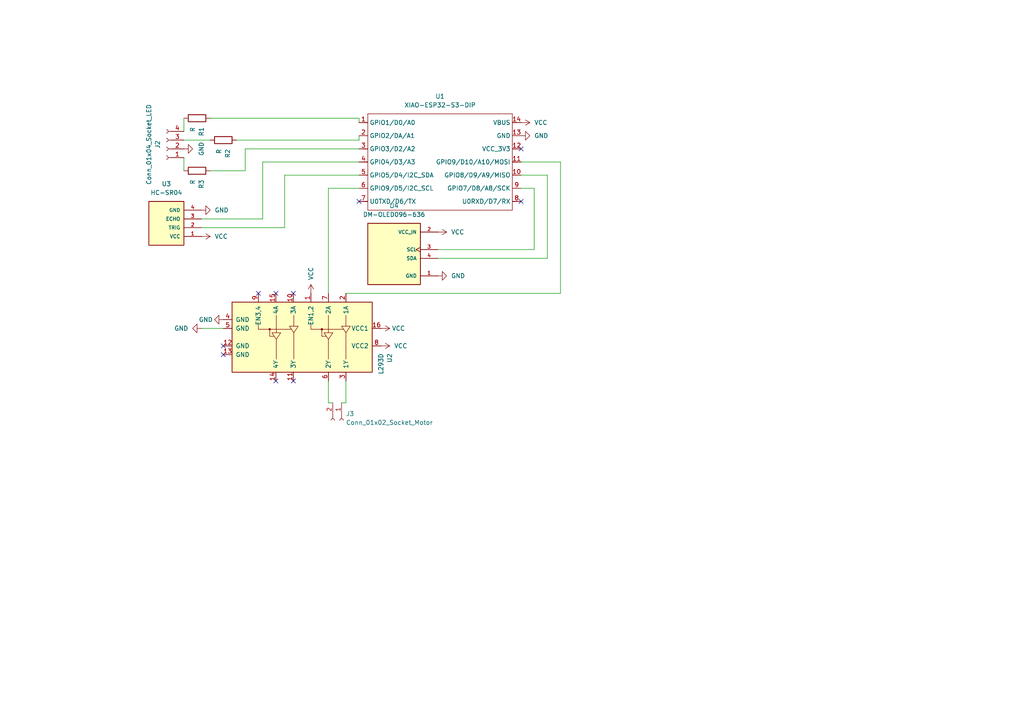
<source format=kicad_sch>
(kicad_sch (version 20250114) (generator "eeschema") (generator_version "9.0")
  (paper "A4")
  (lib_symbols
    (symbol "Connector:Conn_01x02_Socket" (pin_names (offset 1.016) (hide yes))
      (property "Reference" "J" (at 0 2.54 0))
      (property "Value" "Conn_01x02_Socket" (at 0 -5.08 0))
      (symbol "Conn_01x02_Socket_1_1"
        (polyline (pts (xy -1.27 0) (xy -0.508 0)) (stroke (width 0.1524)))
        (polyline (pts (xy -1.27 -2.54) (xy -0.508 -2.54)) (stroke (width 0.1524)))
        (arc (start 0 -0.508) (mid -0.5058 0) (end 0 0.508) (stroke (width 0.1524)))
        (arc (start 0 -3.048) (mid -0.5058 -2.54) (end 0 -2.032) (stroke (width 0.1524)))
        (pin passive line (at -5.08 0 0) (length 3.81) (name "Pin_1") (number "1"))
        (pin passive line (at -5.08 -2.54 0) (length 3.81) (name "Pin_2") (number "2"))
      )
    )
    (symbol "Connector:Conn_01x04_Socket" (pin_names (offset 1.016) (hide yes))
      (property "Reference" "J" (at 0 5.08 0))
      (property "Value" "Conn_01x04_Socket" (at 0 -7.62 0))
      (symbol "Conn_01x04_Socket_1_1"
        (polyline (pts (xy -1.27 2.54) (xy -0.508 2.54)) (stroke (width 0.1524)))
        (polyline (pts (xy -1.27 0) (xy -0.508 0)) (stroke (width 0.1524)))
        (polyline (pts (xy -1.27 -2.54) (xy -0.508 -2.54)) (stroke (width 0.1524)))
        (polyline (pts (xy -1.27 -5.08) (xy -0.508 -5.08)) (stroke (width 0.1524)))
        (arc (start 0 2.032) (mid -0.5058 2.54) (end 0 3.048) (stroke (width 0.1524)))
        (arc (start 0 -0.508) (mid -0.5058 0) (end 0 0.508) (stroke (width 0.1524)))
        (arc (start 0 -3.048) (mid -0.5058 -2.54) (end 0 -2.032) (stroke (width 0.1524)))
        (arc (start 0 -5.588) (mid -0.5058 -5.08) (end 0 -4.572) (stroke (width 0.1524)))
        (pin passive line (at -5.08 2.54 0) (length 3.81) (name "Pin_1") (number "1"))
        (pin passive line (at -5.08 0 0) (length 3.81) (name "Pin_2") (number "2"))
        (pin passive line (at -5.08 -2.54 0) (length 3.81) (name "Pin_3") (number "3"))
        (pin passive line (at -5.08 -5.08 0) (length 3.81) (name "Pin_4") (number "4"))
      )
    )
    (symbol "Device:R" (pin_numbers (hide yes)) (pin_names (offset 0))
      (property "Reference" "R" (at 2.032 0 90))
      (property "Value" "R" (at 0 0 90))
      (symbol "R_0_1"
        (rectangle (start -1.016 -2.54) (end 1.016 2.54) (stroke (width 0.254)))
      )
      (symbol "R_1_1"
        (pin passive line (at 0 3.81 270) (length 1.27) (name "~") (number "1"))
        (pin passive line (at 0 -3.81 90) (length 1.27) (name "~") (number "2"))
      )
    )
    (symbol "Driver_Motor:L293D" (pin_names (offset 1.016))
      (property "Reference" "U" (at -5.08 26.035 0))
      (property "Value" "L293D" (at -5.08 24.13 0))
      (symbol "L293D_0_1"
        (rectangle (start -10.16 22.86) (end 10.16 -17.78) (stroke (width 0.254)) (fill (type background)))
        (polyline (pts (xy -6.35 15.24) (xy -3.175 15.24)))
        (polyline (pts (xy -6.35 10.16) (xy -1.27 10.16)))
        (polyline (pts (xy -6.35 0.127) (xy -3.175 0.127)))
        (polyline (pts (xy -6.35 -4.953) (xy -1.27 -4.953)))
        (polyline (pts (xy -3.175 16.51) (xy -3.175 13.97) (xy -1.27 15.24) (xy -3.175 16.51)))
        (polyline (pts (xy -3.175 1.397) (xy -3.175 -1.143) (xy -1.27 0.127) (xy -3.175 1.397)))
        (polyline (pts (xy -2.286 14.478) (xy -2.286 5.08) (xy -3.556 5.08)))
        (circle (center -2.286 8.255) (radius 0.254) (fill (type outline)))
        (polyline (pts (xy -2.286 8.255) (xy -0.254 8.255) (xy -0.254 9.525)))
        (polyline (pts (xy -2.286 -0.635) (xy -2.286 -10.16) (xy -3.556 -10.16)))
        (circle (center -2.286 -6.858) (radius 0.254) (fill (type outline)))
        (polyline (pts (xy -2.286 -6.858) (xy -0.254 -6.858) (xy -0.254 -5.588)))
        (polyline (pts (xy -1.27 15.24) (xy 6.35 15.24)))
        (polyline (pts (xy -1.27 11.43) (xy -1.27 8.89) (xy 0.635 10.16) (xy -1.27 11.43)))
        (polyline (pts (xy -1.27 0.127) (xy 6.35 0.127)))
        (polyline (pts (xy -1.27 -3.683) (xy -1.27 -6.223) (xy 0.635 -4.953) (xy -1.27 -3.683)))
        (polyline (pts (xy 0.635 10.16) (xy 6.35 10.16)))
        (polyline (pts (xy 0.635 -4.953) (xy 6.35 -4.953)))
      )
      (symbol "L293D_1_1"
        (pin input line (at -12.7 15.24 0) (length 2.54) (name "1A") (number "2"))
        (pin input line (at -12.7 10.16 0) (length 2.54) (name "2A") (number "7"))
        (pin input line (at -12.7 5.08 0) (length 2.54) (name "EN1,2") (number "1"))
        (pin input line (at -12.7 0 0) (length 2.54) (name "3A") (number "10"))
        (pin input line (at -12.7 -5.08 0) (length 2.54) (name "4A") (number "15"))
        (pin input line (at -12.7 -10.16 0) (length 2.54) (name "EN3,4") (number "9"))
        (pin power_in line (at -5.08 -20.32 90) (length 2.54) (name "GND") (number "4"))
        (pin power_in line (at -2.54 25.4 270) (length 2.54) (name "VCC1") (number "16"))
        (pin power_in line (at -2.54 -20.32 90) (length 2.54) (name "GND") (number "5"))
        (pin power_in line (at 2.54 25.4 270) (length 2.54) (name "VCC2") (number "8"))
        (pin power_in line (at 2.54 -20.32 90) (length 2.54) (name "GND") (number "12"))
        (pin power_in line (at 5.08 -20.32 90) (length 2.54) (name "GND") (number "13"))
        (pin output line (at 12.7 15.24 180) (length 2.54) (name "1Y") (number "3"))
        (pin output line (at 12.7 10.16 180) (length 2.54) (name "2Y") (number "6"))
        (pin output line (at 12.7 0 180) (length 2.54) (name "3Y") (number "11"))
        (pin output line (at 12.7 -5.08 180) (length 2.54) (name "4Y") (number "14"))
      )
    )
    (symbol "Screen SD 1306:DM-OLED096-636" (pin_names (offset 1.016))
      (property "Reference" "U" (at -7.62 10.922 0))
      (property "Value" "DM-OLED096-636" (at -7.62 -10.16 0))
      (symbol "DM-OLED096-636_0_0"
        (rectangle (start -7.62 -7.62) (end 7.62 10.16) (stroke (width 0.254)) (fill (type background)))
        (pin power_in line (at 12.7 7.62 180) (length 5.08) (name "VCC_IN") (number "2"))
        (pin input clock (at 12.7 2.54 180) (length 5.08) (name "SCL") (number "3"))
        (pin bidirectional line (at 12.7 0 180) (length 5.08) (name "SDA") (number "4"))
        (pin power_in line (at 12.7 -5.08 180) (length 5.08) (name "GND") (number "1"))
      )
    )
    (symbol "UltraSon:HC-SR04" (pin_names (offset 1.016))
      (property "Reference" "U" (at 0 5.0813 0))
      (property "Value" "HC-SR04" (at 0 -10.163 0))
      (symbol "HC-SR04_0_0"
        (rectangle (start 0 -7.62) (end 10.16 5.08) (stroke (width 0.254)) (fill (type background)))
        (pin power_in line (at -5.08 2.54 0) (length 5.08) (name "VCC") (number "1"))
        (pin bidirectional line (at -5.08 0 0) (length 5.08) (name "TRIG") (number "2"))
        (pin bidirectional line (at -5.08 -2.54 0) (length 5.08) (name "ECHO") (number "3"))
        (pin power_in line (at -5.08 -5.08 0) (length 5.08) (name "GND") (number "4"))
      )
    )
    (symbol "power:GND" (power) (pin_numbers (hide yes)) (pin_names (offset 0) (hide yes))
      (property "Value" "GND" (at 0 -3.81 0))
      (symbol "GND_0_1"
        (polyline (pts (xy 0 0) (xy 0 -1.27) (xy 1.27 -1.27) (xy 0 -2.54) (xy -1.27 -1.27) (xy 0 -1.27)))
      )
      (symbol "GND_1_1"
        (pin power_in line (at 0 0 270) (length 0) (name "~") (number "1"))
      )
    )
    (symbol "power:VCC" (power) (pin_numbers (hide yes)) (pin_names (offset 0) (hide yes))
      (property "Value" "VCC" (at 0 3.556 0))
      (symbol "VCC_0_1"
        (polyline (pts (xy -0.762 1.27) (xy 0 2.54)))
        (polyline (pts (xy 0 2.54) (xy 0.762 1.27)))
        (polyline (pts (xy 0 0) (xy 0 2.54)))
      )
      (symbol "VCC_1_1"
        (pin power_in line (at 0 0 90) (length 0) (name "~") (number "1"))
      )
    )
    (symbol "xiao:XIAO-ESP32-S3-DIP"
      (property "Reference" "U1" (at 20.955 2.54 0))
      (property "Value" "XIAO-ESP32-S3-DIP" (at 20.955 0 0))
      (symbol "XIAO-ESP32-S3-DIP_1_0"
        (polyline (pts (xy 0 -2.54) (xy 41.91 -2.54)) (stroke (width 0.1524)))
        (polyline (pts (xy 0 -5.08) (xy -1.27 -5.08)) (stroke (width 0.1524)))
        (polyline (pts (xy 0 -5.08) (xy 0 -2.54)) (stroke (width 0.1524)))
        (polyline (pts (xy 0 -8.89) (xy -1.27 -8.89)) (stroke (width 0.1524)))
        (polyline (pts (xy 0 -8.89) (xy 0 -5.08)) (stroke (width 0.1524)))
        (polyline (pts (xy 0 -12.7) (xy -1.27 -12.7)) (stroke (width 0.1524)))
        (polyline (pts (xy 0 -12.7) (xy 0 -8.89)) (stroke (width 0.1524)))
        (polyline (pts (xy 0 -16.51) (xy -1.27 -16.51)) (stroke (width 0.1524)))
        (polyline (pts (xy 0 -16.51) (xy 0 -12.7)) (stroke (width 0.1524)))
        (polyline (pts (xy 0 -20.32) (xy -1.27 -20.32)) (stroke (width 0.1524)))
        (polyline (pts (xy 0 -24.13) (xy -1.27 -24.13)) (stroke (width 0.1524)))
        (polyline (pts (xy 0 -27.94) (xy -1.27 -27.94)) (stroke (width 0.1524)))
        (polyline (pts (xy 0 -30.48) (xy 0 -16.51)) (stroke (width 0.1524)))
        (polyline (pts (xy 41.91 -2.54) (xy 41.91 -5.08)) (stroke (width 0.1524)))
        (polyline (pts (xy 41.91 -5.08) (xy 41.91 -8.89)) (stroke (width 0.1524)))
        (polyline (pts (xy 41.91 -8.89) (xy 41.91 -12.7)) (stroke (width 0.1524)))
        (polyline (pts (xy 41.91 -12.7) (xy 41.91 -30.48)) (stroke (width 0.1524)))
        (polyline (pts (xy 41.91 -30.48) (xy 0 -30.48)) (stroke (width 0.1524)))
        (polyline (pts (xy 43.18 -5.08) (xy 41.91 -5.08)) (stroke (width 0.1524)))
        (polyline (pts (xy 43.18 -8.89) (xy 41.91 -8.89)) (stroke (width 0.1524)))
        (polyline (pts (xy 43.18 -12.7) (xy 41.91 -12.7)) (stroke (width 0.1524)))
        (polyline (pts (xy 43.18 -16.51) (xy 41.91 -16.51)) (stroke (width 0.1524)))
        (polyline (pts (xy 43.18 -20.32) (xy 41.91 -20.32)) (stroke (width 0.1524)))
        (polyline (pts (xy 43.18 -24.13) (xy 41.91 -24.13)) (stroke (width 0.1524)))
        (polyline (pts (xy 43.18 -27.94) (xy 41.91 -27.94)) (stroke (width 0.1524)))
        (pin passive line (at -2.54 -5.08 0) (length 2.54) (name "GPIO1/D0/A0") (number "1"))
        (pin passive line (at -2.54 -8.89 0) (length 2.54) (name "GPIO2/DA/A1") (number "2"))
        (pin passive line (at -2.54 -12.7 0) (length 2.54) (name "GPIO3/D2/A2") (number "3"))
        (pin passive line (at -2.54 -16.51 0) (length 2.54) (name "GPIO4/D3/A3") (number "4"))
        (pin passive line (at -2.54 -20.32 0) (length 2.54) (name "GPIO5/D4/I2C_SDA") (number "5"))
        (pin passive line (at -2.54 -24.13 0) (length 2.54) (name "GPIO9/D5/I2C_SCL") (number "6"))
        (pin passive line (at -2.54 -27.94 0) (length 2.54) (name "U0TXD/D6/TX") (number "7"))
        (pin power_out line (at 44.45 -5.08 180) (length 2.54) (name "VBUS") (number "14"))
        (pin power_out line (at 44.45 -8.89 180) (length 2.54) (name "GND") (number "13"))
        (pin passive line (at 44.45 -12.7 180) (length 2.54) (name "VCC_3V3") (number "12"))
        (pin passive line (at 44.45 -16.51 180) (length 2.54) (name "GPIO9/D10/A10/MOSI") (number "11"))
        (pin passive line (at 44.45 -20.32 180) (length 2.54) (name "GPIO8/D9/A9/MISO") (number "10"))
        (pin passive line (at 44.45 -24.13 180) (length 2.54) (name "GPIO7/D8/A8/SCK") (number "9"))
        (pin passive line (at 44.45 -27.94 180) (length 2.54) (name "U0RXD/D7/RX") (number "8"))
      )
    )
  )
  (no_connect (at 85.09 85.09))
  (no_connect (at 104.14 58.42))
  (no_connect (at 64.77 100.33))
  (no_connect (at 85.09 110.49))
  (no_connect (at 80.01 85.09))
  (no_connect (at 151.13 58.42))
  (no_connect (at 74.93 85.09))
  (no_connect (at 64.77 102.87))
  (no_connect (at 151.13 43.18))
  (no_connect (at 80.01 110.49))
  (wire (pts (xy 100.33 110.49) (xy 100.33 116.84)))
  (wire (pts (xy 60.96 49.53) (xy 71.12 49.53)))
  (wire (pts (xy 95.25 110.49) (xy 95.25 116.84)))
  (wire (pts (xy 82.55 50.8) (xy 104.14 50.8)))
  (wire (pts (xy 60.96 34.29) (xy 104.14 34.29)))
  (wire (pts (xy 104.14 40.64) (xy 104.14 39.37)))
  (wire (pts (xy 95.25 54.61) (xy 95.25 85.09)))
  (wire (pts (xy 95.25 116.84) (xy 96.52 116.84)))
  (wire (pts (xy 68.58 40.64) (xy 104.14 40.64)))
  (wire (pts (xy 151.13 46.99) (xy 162.56 46.99)))
  (wire (pts (xy 71.12 49.53) (xy 71.12 43.18)))
  (wire (pts (xy 100.33 116.84) (xy 99.06 116.84)))
  (wire (pts (xy 127 74.93) (xy 158.75 74.93)))
  (wire (pts (xy 154.94 72.39) (xy 154.94 54.61)))
  (wire (pts (xy 162.56 46.99) (xy 162.56 85.09)))
  (wire (pts (xy 104.14 34.29) (xy 104.14 35.56)))
  (wire (pts (xy 53.34 49.53) (xy 53.34 45.72)))
  (wire (pts (xy 60.96 40.64) (xy 53.34 40.64)))
  (wire (pts (xy 76.2 46.99) (xy 76.2 63.5)))
  (wire (pts (xy 158.75 74.93) (xy 158.75 50.8)))
  (wire (pts (xy 158.75 50.8) (xy 151.13 50.8)))
  (wire (pts (xy 58.42 95.25) (xy 64.77 95.25)))
  (wire (pts (xy 104.14 54.61) (xy 95.25 54.61)))
  (wire (pts (xy 58.42 66.04) (xy 82.55 66.04)))
  (wire (pts (xy 76.2 63.5) (xy 58.42 63.5)))
  (wire (pts (xy 104.14 46.99) (xy 76.2 46.99)))
  (wire (pts (xy 71.12 43.18) (xy 104.14 43.18)))
  (wire (pts (xy 154.94 54.61) (xy 151.13 54.61)))
  (wire (pts (xy 162.56 85.09) (xy 100.33 85.09)))
  (wire (pts (xy 82.55 66.04) (xy 82.55 50.8)))
  (wire (pts (xy 53.34 34.29) (xy 53.34 38.1)))
  (wire (pts (xy 127 72.39) (xy 154.94 72.39)))
  (symbol (lib_id "power:GND") (at 127 80.01 90) (unit 1)
    (property "Reference" "#PWR012" (effects (hide yes)))
    (property "Value" "GND" (at 130.81 80.0099 90) (effects (justify right)))
    (property "Description" "Power symbol creates a global label with name \"GND\" , ground" (effects (hide yes)))
  )
  (symbol (lib_id "power:VCC") (at 127 67.31 270) (unit 1)
    (property "Reference" "#PWR011" (effects (hide yes)))
    (property "Value" "VCC" (at 130.81 67.3099 90) (effects (justify left)))
    (property "Description" "Power symbol creates a global label with name \"VCC\"" (effects (hide yes)))
  )
  (symbol (lib_id "Connector:Conn_01x02_Socket") (at 99.06 121.92 270) (unit 1)
    (property "Reference" "J3" (at 100.33 120.0149 90) (effects (justify left)))
    (property "Value" "Conn_01x02_Socket_Motor" (at 100.33 122.5549 90) (effects (justify left)))
    (property "Footprint" "Connector_JST:JST_XA_B02B-XASK-1_1x02_P2.50mm_Vertical" (effects (hide yes)))
    (property "Description" "Generic connector, single row, 01x02, script generated" (effects (hide yes)))
  )
  (symbol (lib_id "power:VCC") (at 58.42 68.58 270) (unit 1)
    (property "Reference" "#PWR03" (effects (hide yes)))
    (property "Value" "VCC" (at 62.23 68.5801 90) (effects (justify left)))
    (property "Description" "Power symbol creates a global label with name \"VCC\"" (effects (hide yes)))
  )
  (symbol (lib_id "power:VCC") (at 151.13 35.56 270) (unit 1)
    (property "Reference" "#PWR06" (effects (hide yes)))
    (property "Value" "VCC" (at 154.94 35.5599 90) (effects (justify left)))
    (property "Description" "Power symbol creates a global label with name \"VCC\"" (effects (hide yes)))
  )
  (symbol (lib_id "power:VCC") (at 110.49 95.25 270) (unit 1)
    (property "Reference" "#PWR07" (effects (hide yes)))
    (property "Value" "VCC" (at 115.57 95.25 90))
    (property "Description" "Power symbol creates a global label with name \"VCC\"" (effects (hide yes)))
  )
  (symbol (lib_id "Device:R") (at 57.15 34.29 270) (unit 1)
    (property "Reference" "R1" (at 58.4201 36.83 0) (effects (justify left)))
    (property "Value" "R" (at 55.8801 36.83 0) (effects (justify left)))
    (property "Footprint" "Resistor_SMD:R_0805_2012Metric_Pad1.20x1.40mm_HandSolder" (effects (hide yes)))
    (property "Description" "Resistor" (effects (hide yes)))
  )
  (symbol (lib_id "power:GND") (at 64.77 92.71 270) (unit 1)
    (property "Reference" "#PWR05" (effects (hide yes)))
    (property "Value" "GND" (at 59.69 92.71 90))
    (property "Description" "Power symbol creates a global label with name \"GND\" , ground" (effects (hide yes)))
  )
  (symbol (lib_id "power:VCC") (at 90.17 85.09 0) (unit 1)
    (property "Reference" "#PWR08" (effects (hide yes)))
    (property "Value" "VCC" (at 90.1701 81.28 90) (effects (justify left)))
    (property "Description" "Power symbol creates a global label with name \"VCC\"" (effects (hide yes)))
  )
  (symbol (lib_id "power:GND") (at 53.34 43.18 90) (unit 1)
    (property "Reference" "#PWR01" (effects (hide yes)))
    (property "Value" "GND" (at 58.42 43.18 0))
    (property "Description" "Power symbol creates a global label with name \"GND\" , ground" (effects (hide yes)))
  )
  (symbol (lib_id "Device:R") (at 64.77 40.64 270) (unit 1)
    (property "Reference" "R2" (at 66.0401 43.18 0) (effects (justify left)))
    (property "Value" "R" (at 63.5001 43.18 0) (effects (justify left)))
    (property "Footprint" "Resistor_SMD:R_0805_2012Metric_Pad1.20x1.40mm_HandSolder" (effects (hide yes)))
    (property "Description" "Resistor" (effects (hide yes)))
  )
  (symbol (lib_id "Device:R") (at 57.15 49.53 270) (unit 1)
    (property "Reference" "R3" (at 58.4201 52.07 0) (effects (justify left)))
    (property "Value" "R" (at 55.8801 52.07 0) (effects (justify left)))
    (property "Footprint" "Resistor_SMD:R_0805_2012Metric_Pad1.20x1.40mm_HandSolder" (effects (hide yes)))
    (property "Description" "Resistor" (effects (hide yes)))
  )
  (symbol (lib_id "Connector:Conn_01x04_Socket") (at 48.26 43.18 180) (unit 1)
    (property "Reference" "J2" (at 45.72 41.91 90))
    (property "Value" "Conn_01x04_Socket_LED" (at 43.18 41.91 90))
    (property "Footprint" "Connector_PinSocket_1.00mm:PinSocket_1x04_P1.00mm_Vertical_SMD_Pin1Left" (effects (hide yes)))
    (property "Description" "Generic connector, single row, 01x04, script generated" (effects (hide yes)))
  )
  (symbol (lib_id "power:GND") (at 58.42 95.25 270) (unit 1)
    (property "Reference" "#PWR010" (effects (hide yes)))
    (property "Value" "GND" (at 54.61 95.2499 90) (effects (justify right)))
    (property "Description" "Power symbol creates a global label with name \"GND\" , ground" (effects (hide yes)))
  )
  (symbol (lib_id "Driver_Motor:L293D") (at 85.09 97.79 270) (unit 1)
    (property "Reference" "U2" (at 113.03 102.4733 0) (effects (justify left)))
    (property "Value" "L293D" (at 110.49 102.4733 0) (effects (justify left)))
    (property "Footprint" "Package_DIP:DIP-16_W7.62mm" (effects (hide yes)))
    (property "Datasheet" "http://www.ti.com/lit/ds/symlink/l293.pdf" (effects (hide yes)))
    (property "Description" "Quadruple Half-H Drivers" (effects (hide yes)))
  )
  (symbol (lib_id "power:GND") (at 151.13 39.37 90) (unit 1)
    (property "Reference" "#PWR02" (effects (hide yes)))
    (property "Value" "GND" (at 154.94 39.3699 90) (effects (justify right)))
    (property "Description" "Power symbol creates a global label with name \"GND\" , ground" (effects (hide yes)))
  )
  (symbol (lib_id "xiao:XIAO-ESP32-S3-DIP") (at 106.68 30.48 0) (unit 1)
    (property "Reference" "U1" (at 127.635 27.94 0))
    (property "Value" "XIAO-ESP32-S3-DIP" (at 127.635 30.48 0))
    (property "Footprint" "Perso:XIAO-ESP32S3-DIP" (effects (hide yes)))
  )
  (symbol (lib_id "power:VCC") (at 110.49 100.33 270) (unit 1)
    (property "Reference" "#PWR09" (effects (hide yes)))
    (property "Value" "VCC" (at 114.3 100.3299 90) (effects (justify left)))
    (property "Description" "Power symbol creates a global label with name \"VCC\"" (effects (hide yes)))
  )
  (symbol (lib_id "power:GND") (at 58.42 60.96 90) (unit 1)
    (property "Reference" "#PWR04" (effects (hide yes)))
    (property "Value" "GND" (at 62.23 60.9601 90) (effects (justify right)))
    (property "Description" "Power symbol creates a global label with name \"GND\" , ground" (effects (hide yes)))
  )
  (symbol (lib_id "Screen SD 1306:DM-OLED096-636") (at 114.3 74.93 0) (unit 1)
    (property "Reference" "U4" (at 114.3 59.69 0))
    (property "Value" "DM-OLED096-636" (at 114.3 62.23 0))
    (property "Footprint" "Perso:MODULE_DM-OLED096-636" (effects (hide yes)))
    (property "MF" "Display Module" (effects (hide yes)))
    (property "MAXIMUM_PACKAGE_HEIGHT" "11.3 mm" (effects (hide yes)))
    (property "Package" "Package" (effects (hide yes)))
    (property "Price" "None" (effects (hide yes)))
    (property "Check_prices" "https://www.snapeda.com/parts/DM-OLED096-636/Display+Module/view-part/?ref=eda" (effects (hide yes)))
    (property "STANDARD" "Manufacturer Recommendations" (effects (hide yes)))
    (property "PARTREV" "2018-09-10" (effects (hide yes)))
    (property "SnapEDA_Link" "https://www.snapeda.com/parts/DM-OLED096-636/Display+Module/view-part/?ref=snap" (effects (hide yes)))
    (property "MP" "DM-OLED096-636" (effects (hide yes)))
    (property "Description_1" "0.96” 128 X 64 MONOCHROME GRAPHIC OLED DISPLAY MODULE - I2C" (effects (hide yes)))
    (property "Availability" "Not in stock" (effects (hide yes)))
    (property "MANUFACTURER" "Displaymodule" (effects (hide yes)))
  )
  (symbol (lib_id "UltraSon:HC-SR04") (at 53.34 66.04 180) (unit 1)
    (property "Reference" "U3" (at 48.26 53.34 0))
    (property "Value" "HC-SR04" (at 48.26 55.88 0))
    (property "Footprint" "Perso:XCVR_HC-SR04" (effects (hide yes)))
    (property "MF" "SparkFun Electronics" (effects (hide yes)))
    (property "Description_1" "HC-SR04 Ultrasonic Sensor Qwiic Platform Evaluation Expansion Board" (effects (hide yes)))
    (property "Package" "None" (effects (hide yes)))
    (property "Price" "None" (effects (hide yes)))
    (property "Check_prices" "https://www.snapeda.com/parts/HC-SR04/SparkFun/view-part/?ref=eda" (effects (hide yes)))
    (property "SnapEDA_Link" "https://www.snapeda.com/parts/HC-SR04/SparkFun/view-part/?ref=snap" (effects (hide yes)))
    (property "MP" "HC-SR04" (effects (hide yes)))
    (property "Availability" "Not in stock" (effects (hide yes)))
    (property "MANUFACTURER" "Osepp" (effects (hide yes)))
  )
)
</source>
